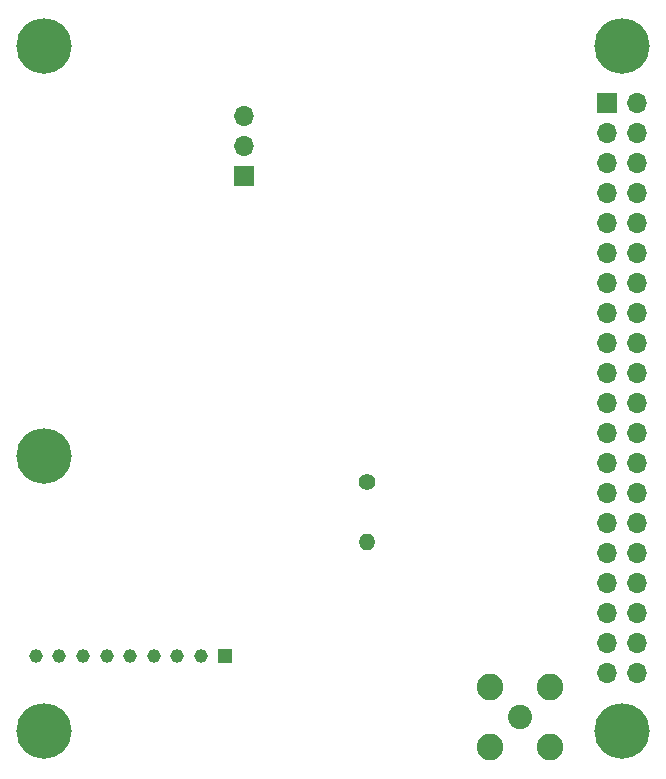
<source format=gbs>
%TF.GenerationSoftware,KiCad,Pcbnew,9.0.1*%
%TF.CreationDate,2025-04-07T05:48:08-07:00*%
%TF.ProjectId,RPi_interface,5250695f-696e-4746-9572-666163652e6b,1.3*%
%TF.SameCoordinates,Original*%
%TF.FileFunction,Soldermask,Bot*%
%TF.FilePolarity,Negative*%
%FSLAX46Y46*%
G04 Gerber Fmt 4.6, Leading zero omitted, Abs format (unit mm)*
G04 Created by KiCad (PCBNEW 9.0.1) date 2025-04-07 05:48:08*
%MOMM*%
%LPD*%
G01*
G04 APERTURE LIST*
%ADD10C,4.700000*%
%ADD11R,1.150000X1.150000*%
%ADD12C,1.150000*%
%ADD13C,1.400000*%
%ADD14O,1.400000X1.400000*%
%ADD15C,2.050000*%
%ADD16C,2.250000*%
%ADD17R,1.700000X1.700000*%
%ADD18O,1.700000X1.700000*%
G04 APERTURE END LIST*
D10*
%TO.C,H5*%
X93500000Y-86200000D03*
%TD*%
D11*
%TO.C,J2*%
X108825000Y-103200000D03*
D12*
X106824999Y-103200000D03*
X104825000Y-103200000D03*
X102824999Y-103200000D03*
X100825001Y-103200000D03*
X98825000Y-103200000D03*
X96825001Y-103200000D03*
X94825000Y-103200000D03*
X92824999Y-103200000D03*
%TD*%
D10*
%TO.C,H2*%
X142500000Y-51500000D03*
%TD*%
%TO.C,H4*%
X142500000Y-109500000D03*
%TD*%
%TO.C,H1*%
X93500000Y-51500000D03*
%TD*%
D13*
%TO.C,TH1*%
X120900000Y-88460000D03*
D14*
X120900000Y-93540000D03*
%TD*%
D10*
%TO.C,H3*%
X93500000Y-109500000D03*
%TD*%
D15*
%TO.C,J4*%
X133830000Y-108335000D03*
D16*
X131290000Y-105795000D03*
X131290000Y-110875000D03*
X136370000Y-105795000D03*
X136370000Y-110875000D03*
%TD*%
D17*
%TO.C,J3*%
X110500000Y-62540000D03*
D18*
X110500000Y-60000000D03*
X110500000Y-57460000D03*
%TD*%
D17*
%TO.C,J1*%
X141230000Y-56370000D03*
D18*
X143770000Y-56370000D03*
X141230000Y-58910000D03*
X143770000Y-58910000D03*
X141230000Y-61450000D03*
X143770000Y-61450000D03*
X141230000Y-63990000D03*
X143770000Y-63990000D03*
X141230000Y-66530000D03*
X143770000Y-66530000D03*
X141230000Y-69070000D03*
X143770000Y-69070000D03*
X141230000Y-71610000D03*
X143770000Y-71610000D03*
X141230000Y-74150000D03*
X143770000Y-74150000D03*
X141230000Y-76690000D03*
X143770000Y-76690000D03*
X141230000Y-79230000D03*
X143770000Y-79230000D03*
X141230000Y-81770000D03*
X143770000Y-81770000D03*
X141230000Y-84310000D03*
X143770000Y-84310000D03*
X141230000Y-86850000D03*
X143770000Y-86850000D03*
X141230000Y-89390000D03*
X143770000Y-89390000D03*
X141230000Y-91930000D03*
X143770000Y-91930000D03*
X141230000Y-94470000D03*
X143770000Y-94470000D03*
X141230000Y-97010000D03*
X143770000Y-97010000D03*
X141230000Y-99550000D03*
X143770000Y-99550000D03*
X141230000Y-102090000D03*
X143770000Y-102090000D03*
X141230000Y-104630000D03*
X143770000Y-104630000D03*
%TD*%
M02*

</source>
